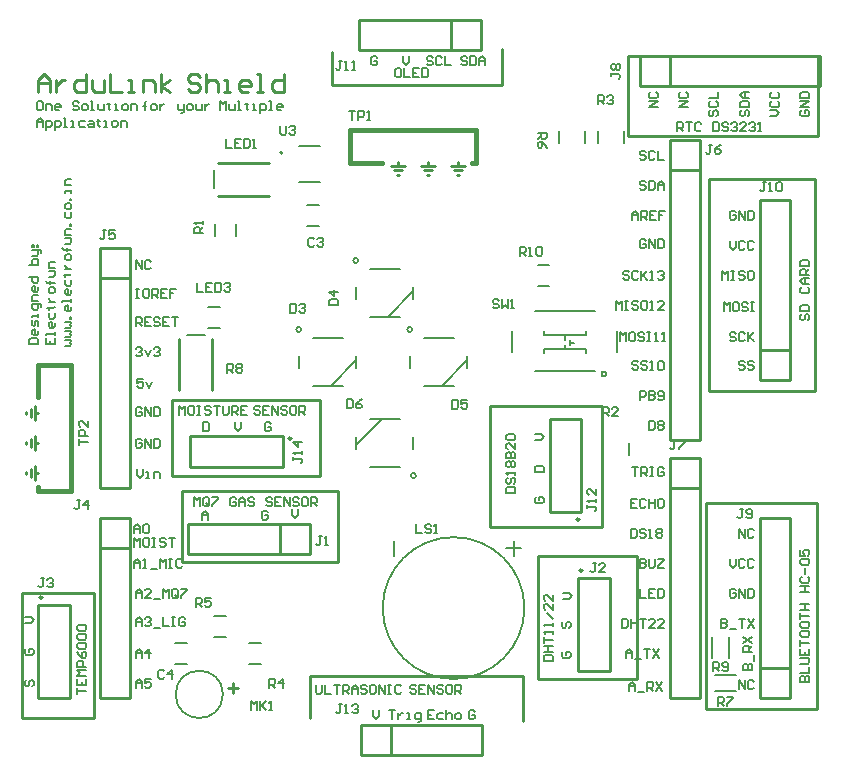
<source format=gto>
G04*
G04 #@! TF.GenerationSoftware,Altium Limited,Altium Designer,24.3.1 (35)*
G04*
G04 Layer_Color=65535*
%FSLAX44Y44*%
%MOMM*%
G71*
G04*
G04 #@! TF.SameCoordinates,5EED45F6-1682-4EC0-A4BB-04ECB5DEF22F*
G04*
G04*
G04 #@! TF.FilePolarity,Positive*
G04*
G01*
G75*
%ADD10C,0.2540*%
%ADD11C,0.2000*%
%ADD12C,0.1524*%
%ADD13C,0.1270*%
%ADD14C,0.3810*%
D10*
X477239Y173990D02*
G03*
X477239Y173990I-1000J0D01*
G01*
X479801Y130810D02*
G03*
X479801Y130810I-1000J0D01*
G01*
X233410Y242558D02*
G03*
X233410Y242558I-1000J0D01*
G01*
X22601Y107950D02*
G03*
X22601Y107950I-1000J0D01*
G01*
X441960Y39370D02*
X525780D01*
X441960Y143510D02*
X525780D01*
Y39370D02*
Y143510D01*
X441960Y39370D02*
Y143510D01*
X518160Y499110D02*
X679450D01*
X518160Y566420D02*
X679450D01*
Y499110D02*
Y566420D01*
X518160Y499110D02*
Y566420D01*
X584200Y13970D02*
X678180D01*
X584200Y187960D02*
X678180D01*
Y13970D02*
Y187960D01*
X584200Y13970D02*
Y187960D01*
X401320Y167640D02*
X496570D01*
X401320Y270510D02*
X496570D01*
Y167640D02*
Y270510D01*
X401320Y167640D02*
Y270510D01*
X586740Y283210D02*
X676910D01*
X586740Y462280D02*
X676910D01*
Y283210D02*
Y462280D01*
X586740Y283210D02*
Y462280D01*
X5080Y6350D02*
X66040D01*
X5080Y111760D02*
X66040D01*
Y6350D02*
Y111760D01*
X5080Y6350D02*
Y111760D01*
X132080Y210820D02*
X257810D01*
X132080Y275590D02*
X257810D01*
Y210820D02*
Y275590D01*
X132080Y210820D02*
Y275590D01*
X140970Y138430D02*
X273050D01*
X140970Y198120D02*
X273050D01*
Y138430D02*
Y198120D01*
X140970Y138430D02*
Y198120D01*
X478790Y180340D02*
Y259080D01*
X452120Y180340D02*
X478790D01*
X452120Y259080D02*
X478790D01*
X452120Y180340D02*
Y259080D01*
X429260Y3810D02*
Y41910D01*
X248920D02*
X429260D01*
X248920Y6350D02*
Y41910D01*
X553720Y241300D02*
X579120D01*
X553720D02*
Y469900D01*
X579120D01*
Y266700D02*
Y495300D01*
X553720D02*
X579120D01*
X553720Y266700D02*
Y495300D01*
X579120Y241300D02*
Y469900D01*
X16510Y258445D02*
Y269875D01*
Y264160D02*
X19118D01*
X12700Y260985D02*
Y267335D01*
X8890Y263525D02*
Y265372D01*
X16510Y233045D02*
Y244475D01*
Y238760D02*
X19118D01*
X12700Y235585D02*
Y241935D01*
X8890Y238125D02*
Y239972D01*
X16510Y207645D02*
Y219075D01*
Y213360D02*
X19118D01*
X12700Y210185D02*
Y216535D01*
X8890Y212725D02*
Y214572D01*
X411480Y542290D02*
Y572770D01*
X267970Y542290D02*
X411480D01*
X267970D02*
Y570230D01*
X629920Y22860D02*
X642620D01*
X629920D02*
Y48260D01*
X655320D02*
Y175260D01*
X629920D02*
X655320D01*
X629920Y48260D02*
Y175260D01*
Y48260D02*
X655320D01*
Y22860D02*
Y48260D01*
X642620Y22860D02*
X655320D01*
X502920Y45720D02*
Y124460D01*
X476250Y45720D02*
X502920D01*
X476250Y124460D02*
X502920D01*
X476250Y45720D02*
Y124460D01*
X147320Y218440D02*
X226060D01*
X147320D02*
Y245110D01*
X226060Y218440D02*
Y245110D01*
X147320D02*
X226060D01*
X248920Y157480D02*
Y170180D01*
X223520D02*
X248920D01*
X223520Y144780D02*
Y170180D01*
X146050Y144780D02*
X223520D01*
X146050D02*
Y170180D01*
X223520D01*
Y144780D02*
X248920D01*
Y157480D01*
X292100Y-25400D02*
Y-12700D01*
Y-25400D02*
X317500D01*
Y0D01*
X394970D01*
Y-25400D02*
Y0D01*
X317500Y-25400D02*
X394970D01*
X292100Y0D02*
X317500D01*
X292100Y-12700D02*
Y0D01*
X393700Y584200D02*
Y596900D01*
X368300D02*
X393700D01*
X368300Y571500D02*
Y596900D01*
X290830Y571500D02*
X368300D01*
X290830D02*
Y596900D01*
X368300D01*
Y571500D02*
X393700D01*
Y584200D01*
X528320Y553720D02*
Y566420D01*
X553720D01*
Y541020D02*
X680720D01*
Y566420D01*
X553720D02*
X680720D01*
X553720Y541020D02*
Y566420D01*
X528320Y541020D02*
X553720D01*
X528320D02*
Y553720D01*
X171450Y448310D02*
X214630D01*
X171450Y476250D02*
X214630D01*
X138430Y283464D02*
Y326644D01*
X166370Y283464D02*
Y326644D01*
X373438Y466090D02*
X375285D01*
X371475Y469900D02*
X377825D01*
X374650Y473710D02*
Y476318D01*
X368935Y473710D02*
X380365D01*
X348038Y466090D02*
X349885D01*
X346075Y469900D02*
X352425D01*
X349250Y473710D02*
Y476318D01*
X343535Y473710D02*
X354965D01*
X322638Y466090D02*
X324485D01*
X320675Y469900D02*
X327025D01*
X323850Y473710D02*
Y476318D01*
X318135Y473710D02*
X329565D01*
X19050Y22860D02*
Y101600D01*
X45720D01*
X19050Y22860D02*
X45720D01*
Y101600D01*
X71120Y175260D02*
X83820D01*
X71120Y149860D02*
Y175260D01*
Y149860D02*
X96520D01*
Y22860D02*
Y149860D01*
X71120Y22860D02*
X96520D01*
X71120D02*
Y149860D01*
X96520D02*
Y175260D01*
X83820D02*
X96520D01*
X71120Y200660D02*
X96520D01*
X71120D02*
Y403860D01*
X96520D01*
Y200660D02*
Y403860D01*
X71120Y378460D02*
X96520D01*
X553720Y22860D02*
X579120D01*
X553720D02*
Y226060D01*
X579120D01*
Y22860D02*
Y226060D01*
X553720Y200660D02*
X579120D01*
X642620Y292100D02*
X655320D01*
Y317500D01*
X629920D02*
X655320D01*
X629920D02*
Y444500D01*
X655320D01*
Y317500D02*
Y444500D01*
X629920Y292100D02*
Y317500D01*
Y292100D02*
X642620D01*
X156207Y548636D02*
X153667Y551175D01*
X148589D01*
X146050Y548636D01*
Y546097D01*
X148589Y543558D01*
X153667D01*
X156207Y541018D01*
Y538479D01*
X153667Y535940D01*
X148589D01*
X146050Y538479D01*
X161285Y551175D02*
Y535940D01*
Y543558D01*
X163824Y546097D01*
X168903D01*
X171442Y543558D01*
Y535940D01*
X176520D02*
X181598D01*
X179059D01*
Y546097D01*
X176520D01*
X196834Y535940D02*
X191755D01*
X189216Y538479D01*
Y543558D01*
X191755Y546097D01*
X196834D01*
X199373Y543558D01*
Y541018D01*
X189216D01*
X204451Y535940D02*
X209529D01*
X206990D01*
Y551175D01*
X204451D01*
X227304D02*
Y535940D01*
X219686D01*
X217147Y538479D01*
Y543558D01*
X219686Y546097D01*
X227304D01*
X19050Y535940D02*
Y546097D01*
X24128Y551175D01*
X29207Y546097D01*
Y535940D01*
Y543558D01*
X19050D01*
X34285Y546097D02*
Y535940D01*
Y541018D01*
X36824Y543558D01*
X39363Y546097D01*
X41903D01*
X59677Y551175D02*
Y535940D01*
X52059D01*
X49520Y538479D01*
Y543558D01*
X52059Y546097D01*
X59677D01*
X64755D02*
Y538479D01*
X67294Y535940D01*
X74912D01*
Y546097D01*
X79990Y551175D02*
Y535940D01*
X90147D01*
X95225D02*
X100304D01*
X97765D01*
Y546097D01*
X95225D01*
X107921Y535940D02*
Y546097D01*
X115539D01*
X118078Y543558D01*
Y535940D01*
X123156D02*
Y551175D01*
Y541018D02*
X130774Y546097D01*
X123156Y541018D02*
X130774Y535940D01*
X188560Y31632D02*
X180096D01*
X184328Y27400D02*
Y35864D01*
D11*
X225920Y484480D02*
G03*
X225920Y484480I-1000J0D01*
G01*
D12*
X500142Y297180D02*
G03*
X500142Y297180I-2048J0D01*
G01*
X335926Y334899D02*
G03*
X335926Y334899I-2170J0D01*
G01*
X241946D02*
G03*
X241946Y334899I-2170J0D01*
G01*
X290206Y393319D02*
G03*
X290206Y393319I-2170J0D01*
G01*
X338974Y211201D02*
G03*
X338974Y211201I-2170J0D01*
G01*
X592248Y42418D02*
X610028D01*
X592248Y28702D02*
X610028D01*
X590042Y56468D02*
Y74248D01*
X603758Y56468D02*
Y74248D01*
X134620Y52070D02*
X144780D01*
X134620Y69850D02*
X144780D01*
X420370Y316230D02*
Y334010D01*
X509270Y316230D02*
Y334010D01*
X482600Y330200D02*
Y333502D01*
X447040Y330200D02*
Y333502D01*
Y314706D02*
Y318262D01*
X482600Y314706D02*
Y318262D01*
X469138Y321818D02*
Y325882D01*
Y323850D02*
X473202D01*
X439420Y350520D02*
X490220D01*
X439420Y299720D02*
X490220D01*
X447040Y330200D02*
X482600D01*
X447040Y318262D02*
X482600D01*
X464815Y318368D02*
Y321924D01*
X464942Y325988D02*
Y330052D01*
X459770Y493014D02*
Y502666D01*
X482570Y493014D02*
Y502666D01*
X345440Y327660D02*
X370840D01*
X382270Y302260D02*
Y312420D01*
X345440Y287020D02*
X370840D01*
X334010Y302260D02*
Y312420D01*
X360680Y287020D02*
X382016Y309245D01*
X167894Y454660D02*
Y469900D01*
X168910Y414020D02*
Y424180D01*
X186690Y414020D02*
Y424180D01*
X251460Y327660D02*
X276860D01*
X288290Y302260D02*
Y312420D01*
X251460Y287020D02*
X276860D01*
X240030Y302260D02*
Y312420D01*
X266700Y287020D02*
X288036Y309245D01*
X299720Y386080D02*
X325120D01*
X336550Y360680D02*
Y370840D01*
X299720Y345440D02*
X325120D01*
X288290Y360680D02*
Y370840D01*
X314960Y345440D02*
X336296Y367665D01*
X246380Y422910D02*
X256540D01*
X246380Y440690D02*
X256540D01*
X144780Y330200D02*
X160020D01*
X299720Y218440D02*
X325120D01*
X288290Y233680D02*
Y243840D01*
X299720Y259080D02*
X325120D01*
X336550Y233680D02*
Y243840D01*
X288544Y236855D02*
X309880Y259080D01*
X162560Y336550D02*
X172720D01*
X162560Y354330D02*
X172720D01*
X197866Y52070D02*
X208026D01*
X197866Y69850D02*
X208026D01*
X496600Y228854D02*
Y238506D01*
X519400Y228854D02*
Y238506D01*
X167640Y92710D02*
X177800D01*
X167640Y74930D02*
X177800D01*
X515590Y493014D02*
Y502666D01*
X492790Y493014D02*
Y502666D01*
X442214Y372110D02*
X451866D01*
X442214Y389890D02*
X451866D01*
D13*
X430840Y99060D02*
G03*
X430840Y99060I-60000J0D01*
G01*
X175560Y25980D02*
G03*
X175560Y25980I-20000J0D01*
G01*
X239920Y459390D02*
X257920D01*
X239920Y490570D02*
X257920D01*
X320040Y143510D02*
Y156210D01*
X415290Y149860D02*
X427990D01*
X421640Y143510D02*
Y156210D01*
X157480Y173990D02*
Y179068D01*
X160019Y181607D01*
X162558Y179068D01*
Y173990D01*
Y177799D01*
X157480D01*
X185420Y256537D02*
Y251459D01*
X187959Y248920D01*
X190498Y251459D01*
Y256537D01*
X215898Y255268D02*
X214629Y256537D01*
X212090D01*
X210820Y255268D01*
Y250190D01*
X212090Y248920D01*
X214629D01*
X215898Y250190D01*
Y252729D01*
X213359D01*
X158750Y256537D02*
Y248920D01*
X162559D01*
X163828Y250190D01*
Y255268D01*
X162559Y256537D01*
X158750D01*
X233680Y182878D02*
Y177799D01*
X236219Y175260D01*
X238758Y177799D01*
Y182878D01*
X213358Y180338D02*
X212089Y181607D01*
X209550D01*
X208280Y180338D01*
Y175260D01*
X209550Y173990D01*
X212089D01*
X213358Y175260D01*
Y177799D01*
X210819D01*
X41912Y321310D02*
X45720D01*
X46990Y322580D01*
X45720Y323849D01*
X46990Y325119D01*
X45720Y326388D01*
X41912D01*
Y328927D02*
X45720D01*
X46990Y330197D01*
X45720Y331467D01*
X46990Y332736D01*
X45720Y334006D01*
X41912D01*
Y336545D02*
X45720D01*
X46990Y337815D01*
X45720Y339084D01*
X46990Y340354D01*
X45720Y341623D01*
X41912D01*
X46990Y344163D02*
X45720D01*
Y345432D01*
X46990D01*
Y344163D01*
Y354319D02*
Y351780D01*
X45720Y350511D01*
X43181D01*
X41912Y351780D01*
Y354319D01*
X43181Y355589D01*
X44451D01*
Y350511D01*
X46990Y358128D02*
Y360667D01*
Y359398D01*
X39372D01*
Y358128D01*
X46990Y368285D02*
Y365746D01*
X45720Y364476D01*
X43181D01*
X41912Y365746D01*
Y368285D01*
X43181Y369554D01*
X44451D01*
Y364476D01*
X41912Y377172D02*
Y373363D01*
X43181Y372094D01*
X45720D01*
X46990Y373363D01*
Y377172D01*
X40642Y380981D02*
X41912D01*
Y379711D01*
Y382250D01*
Y380981D01*
X45720D01*
X46990Y382250D01*
X41912Y386059D02*
X46990D01*
X44451D01*
X43181Y387329D01*
X41912Y388598D01*
Y389868D01*
X46990Y394946D02*
Y397485D01*
X45720Y398755D01*
X43181D01*
X41912Y397485D01*
Y394946D01*
X43181Y393677D01*
X45720D01*
X46990Y394946D01*
Y402564D02*
X40642D01*
X43181D01*
Y401294D01*
Y403833D01*
Y402564D01*
X40642D01*
X39372Y403833D01*
X41912Y407642D02*
X45720D01*
X46990Y408912D01*
Y412720D01*
X41912D01*
X46990Y415260D02*
X41912D01*
Y419068D01*
X43181Y420338D01*
X46990D01*
Y422877D02*
X45720D01*
Y424147D01*
X46990D01*
Y422877D01*
X41912Y434303D02*
Y430495D01*
X43181Y429225D01*
X45720D01*
X46990Y430495D01*
Y434303D01*
Y438112D02*
Y440651D01*
X45720Y441921D01*
X43181D01*
X41912Y440651D01*
Y438112D01*
X43181Y436843D01*
X45720D01*
X46990Y438112D01*
Y444460D02*
X45720D01*
Y445730D01*
X46990D01*
Y444460D01*
Y450808D02*
Y453347D01*
Y452078D01*
X41912D01*
Y450808D01*
X46990Y457156D02*
X41912D01*
Y460965D01*
X43181Y462234D01*
X46990D01*
X25403Y327658D02*
Y322580D01*
X33020D01*
Y327658D01*
X29211Y322580D02*
Y325119D01*
X33020Y330197D02*
Y332737D01*
Y331467D01*
X25403D01*
Y330197D01*
X33020Y340354D02*
Y337815D01*
X31750Y336545D01*
X29211D01*
X27942Y337815D01*
Y340354D01*
X29211Y341624D01*
X30481D01*
Y336545D01*
X27942Y349241D02*
Y345433D01*
X29211Y344163D01*
X31750D01*
X33020Y345433D01*
Y349241D01*
X26672Y353050D02*
X27942D01*
Y351781D01*
Y354320D01*
Y353050D01*
X31750D01*
X33020Y354320D01*
X27942Y358129D02*
X33020D01*
X30481D01*
X29211Y359398D01*
X27942Y360668D01*
Y361937D01*
X33020Y367016D02*
Y369555D01*
X31750Y370824D01*
X29211D01*
X27942Y369555D01*
Y367016D01*
X29211Y365746D01*
X31750D01*
X33020Y367016D01*
Y374633D02*
X26672D01*
X29211D01*
Y373364D01*
Y375903D01*
Y374633D01*
X26672D01*
X25403Y375903D01*
X27942Y379711D02*
X31750D01*
X33020Y380981D01*
Y384790D01*
X27942D01*
X33020Y387329D02*
X27942D01*
Y391138D01*
X29211Y392407D01*
X33020D01*
X11433Y322580D02*
X19051D01*
Y326389D01*
X17781Y327658D01*
X12703D01*
X11433Y326389D01*
Y322580D01*
X19051Y334006D02*
Y331467D01*
X17781Y330197D01*
X15242D01*
X13973Y331467D01*
Y334006D01*
X15242Y335276D01*
X16512D01*
Y330197D01*
X19051Y337815D02*
Y341624D01*
X17781Y342893D01*
X16512Y341624D01*
Y339085D01*
X15242Y337815D01*
X13973Y339085D01*
Y342893D01*
X19051Y345433D02*
Y347972D01*
Y346702D01*
X13973D01*
Y345433D01*
X21590Y354320D02*
Y355589D01*
X20320Y356859D01*
X13973D01*
Y353050D01*
X15242Y351781D01*
X17781D01*
X19051Y353050D01*
Y356859D01*
Y359398D02*
X13973D01*
Y363207D01*
X15242Y364476D01*
X19051D01*
Y370824D02*
Y368285D01*
X17781Y367016D01*
X15242D01*
X13973Y368285D01*
Y370824D01*
X15242Y372094D01*
X16512D01*
Y367016D01*
X11433Y379711D02*
X19051D01*
Y375903D01*
X17781Y374633D01*
X15242D01*
X13973Y375903D01*
Y379711D01*
X11433Y389868D02*
X19051D01*
Y393677D01*
X17781Y394947D01*
X16512D01*
X15242D01*
X13973Y393677D01*
Y389868D01*
Y397486D02*
X17781D01*
X19051Y398755D01*
Y402564D01*
X20320D01*
X21590Y401295D01*
Y400025D01*
X19051Y402564D02*
X13973D01*
Y405103D02*
Y406373D01*
X15242D01*
Y405103D01*
X13973D01*
X17781D02*
Y406373D01*
X19051D01*
Y405103D01*
X17781D01*
X17780Y506729D02*
Y511808D01*
X20319Y514347D01*
X22858Y511808D01*
Y506729D01*
Y510538D01*
X17780D01*
X25398Y504190D02*
Y511808D01*
X29206D01*
X30476Y510538D01*
Y507999D01*
X29206Y506729D01*
X25398D01*
X33015Y504190D02*
Y511808D01*
X36824D01*
X38093Y510538D01*
Y507999D01*
X36824Y506729D01*
X33015D01*
X40633D02*
X43172D01*
X41902D01*
Y514347D01*
X40633D01*
X46981Y506729D02*
X49520D01*
X48250D01*
Y511808D01*
X46981D01*
X58407D02*
X54598D01*
X53328Y510538D01*
Y507999D01*
X54598Y506729D01*
X58407D01*
X62216Y511808D02*
X64755D01*
X66024Y510538D01*
Y506729D01*
X62216D01*
X60946Y507999D01*
X62216Y509268D01*
X66024D01*
X69833Y513077D02*
Y511808D01*
X68564D01*
X71103D01*
X69833D01*
Y507999D01*
X71103Y506729D01*
X74911D02*
X77451D01*
X76181D01*
Y511808D01*
X74911D01*
X82529Y506729D02*
X85068D01*
X86338Y507999D01*
Y510538D01*
X85068Y511808D01*
X82529D01*
X81259Y510538D01*
Y507999D01*
X82529Y506729D01*
X88877D02*
Y511808D01*
X92686D01*
X93955Y510538D01*
Y506729D01*
X172720Y520699D02*
Y528317D01*
X175259Y525778D01*
X177798Y528317D01*
Y520699D01*
X180338Y525778D02*
Y521969D01*
X181607Y520699D01*
X185416D01*
Y525778D01*
X187955Y520699D02*
X190494D01*
X189225D01*
Y528317D01*
X187955D01*
X195573Y527047D02*
Y525778D01*
X194303D01*
X196842D01*
X195573D01*
Y521969D01*
X196842Y520699D01*
X200651D02*
X203190D01*
X201921D01*
Y525778D01*
X200651D01*
X206999Y518160D02*
Y525778D01*
X210808D01*
X212077Y524508D01*
Y521969D01*
X210808Y520699D01*
X206999D01*
X214616D02*
X217156D01*
X215886D01*
Y528317D01*
X214616D01*
X224773Y520699D02*
X222234D01*
X220964Y521969D01*
Y524508D01*
X222234Y525778D01*
X224773D01*
X226043Y524508D01*
Y523238D01*
X220964D01*
X109220Y520699D02*
Y527047D01*
Y524508D01*
X107950D01*
X110489D01*
X109220D01*
Y527047D01*
X110489Y528317D01*
X115568Y520699D02*
X118107D01*
X119376Y521969D01*
Y524508D01*
X118107Y525778D01*
X115568D01*
X114298Y524508D01*
Y521969D01*
X115568Y520699D01*
X121916Y525778D02*
Y520699D01*
Y523238D01*
X123185Y524508D01*
X124455Y525778D01*
X125724D01*
X137151D02*
Y521969D01*
X138420Y520699D01*
X142229D01*
Y519430D01*
X140959Y518160D01*
X139690D01*
X142229Y520699D02*
Y525778D01*
X146038Y520699D02*
X148577D01*
X149846Y521969D01*
Y524508D01*
X148577Y525778D01*
X146038D01*
X144768Y524508D01*
Y521969D01*
X146038Y520699D01*
X152386Y525778D02*
Y521969D01*
X153655Y520699D01*
X157464D01*
Y525778D01*
X160003D02*
Y520699D01*
Y523238D01*
X161273Y524508D01*
X162542Y525778D01*
X163812D01*
X21589Y528317D02*
X19050D01*
X17780Y527048D01*
Y521970D01*
X19050Y520700D01*
X21589D01*
X22858Y521970D01*
Y527048D01*
X21589Y528317D01*
X25398Y520700D02*
Y525778D01*
X29206D01*
X30476Y524509D01*
Y520700D01*
X36824D02*
X34285D01*
X33015Y521970D01*
Y524509D01*
X34285Y525778D01*
X36824D01*
X38093Y524509D01*
Y523239D01*
X33015D01*
X53328Y527048D02*
X52059Y528317D01*
X49520D01*
X48250Y527048D01*
Y525778D01*
X49520Y524509D01*
X52059D01*
X53328Y523239D01*
Y521970D01*
X52059Y520700D01*
X49520D01*
X48250Y521970D01*
X57137Y520700D02*
X59676D01*
X60946Y521970D01*
Y524509D01*
X59676Y525778D01*
X57137D01*
X55868Y524509D01*
Y521970D01*
X57137Y520700D01*
X63485D02*
X66024D01*
X64755D01*
Y528317D01*
X63485D01*
X69833Y525778D02*
Y521970D01*
X71103Y520700D01*
X74911D01*
Y525778D01*
X78720Y527048D02*
Y525778D01*
X77451D01*
X79990D01*
X78720D01*
Y521970D01*
X79990Y520700D01*
X83799D02*
X86338D01*
X85068D01*
Y525778D01*
X83799D01*
X91416Y520700D02*
X93955D01*
X95225Y521970D01*
Y524509D01*
X93955Y525778D01*
X91416D01*
X90147Y524509D01*
Y521970D01*
X91416Y520700D01*
X97764D02*
Y525778D01*
X101573D01*
X102843Y524509D01*
Y520700D01*
X339088Y33018D02*
X337819Y34288D01*
X335280D01*
X334010Y33018D01*
Y31748D01*
X335280Y30479D01*
X337819D01*
X339088Y29209D01*
Y27940D01*
X337819Y26670D01*
X335280D01*
X334010Y27940D01*
X346706Y34288D02*
X341628D01*
Y26670D01*
X346706D01*
X341628Y30479D02*
X344167D01*
X349245Y26670D02*
Y34288D01*
X354323Y26670D01*
Y34288D01*
X361941Y33018D02*
X360671Y34288D01*
X358132D01*
X356863Y33018D01*
Y31748D01*
X358132Y30479D01*
X360671D01*
X361941Y29209D01*
Y27940D01*
X360671Y26670D01*
X358132D01*
X356863Y27940D01*
X368289Y34288D02*
X365750D01*
X364480Y33018D01*
Y27940D01*
X365750Y26670D01*
X368289D01*
X369558Y27940D01*
Y33018D01*
X368289Y34288D01*
X372098Y26670D02*
Y34288D01*
X375906D01*
X377176Y33018D01*
Y30479D01*
X375906Y29209D01*
X372098D01*
X374637D02*
X377176Y26670D01*
X254000Y34288D02*
Y27940D01*
X255270Y26670D01*
X257809D01*
X259078Y27940D01*
Y34288D01*
X261618D02*
Y26670D01*
X266696D01*
X269235Y34288D02*
X274313D01*
X271774D01*
Y26670D01*
X276853D02*
Y34288D01*
X280661D01*
X281931Y33018D01*
Y30479D01*
X280661Y29209D01*
X276853D01*
X279392D02*
X281931Y26670D01*
X284470D02*
Y31748D01*
X287009Y34288D01*
X289548Y31748D01*
Y26670D01*
Y30479D01*
X284470D01*
X297166Y33018D02*
X295896Y34288D01*
X293357D01*
X292088Y33018D01*
Y31748D01*
X293357Y30479D01*
X295896D01*
X297166Y29209D01*
Y27940D01*
X295896Y26670D01*
X293357D01*
X292088Y27940D01*
X303514Y34288D02*
X300975D01*
X299705Y33018D01*
Y27940D01*
X300975Y26670D01*
X303514D01*
X304784Y27940D01*
Y33018D01*
X303514Y34288D01*
X307323Y26670D02*
Y34288D01*
X312401Y26670D01*
Y34288D01*
X314940D02*
X317479D01*
X316210D01*
Y26670D01*
X314940D01*
X317479D01*
X326367Y33018D02*
X325097Y34288D01*
X322558D01*
X321288Y33018D01*
Y27940D01*
X322558Y26670D01*
X325097D01*
X326367Y27940D01*
X560070Y502920D02*
Y510537D01*
X563879D01*
X565148Y509268D01*
Y506729D01*
X563879Y505459D01*
X560070D01*
X562609D02*
X565148Y502920D01*
X567687Y510537D02*
X572766D01*
X570227D01*
Y502920D01*
X580383Y509268D02*
X579114Y510537D01*
X576575D01*
X575305Y509268D01*
Y504190D01*
X576575Y502920D01*
X579114D01*
X580383Y504190D01*
X590540Y510537D02*
Y502920D01*
X594349D01*
X595619Y504190D01*
Y509268D01*
X594349Y510537D01*
X590540D01*
X603236Y509268D02*
X601967Y510537D01*
X599427D01*
X598158Y509268D01*
Y507998D01*
X599427Y506729D01*
X601967D01*
X603236Y505459D01*
Y504190D01*
X601967Y502920D01*
X599427D01*
X598158Y504190D01*
X605775Y509268D02*
X607045Y510537D01*
X609584D01*
X610854Y509268D01*
Y507998D01*
X609584Y506729D01*
X608314D01*
X609584D01*
X610854Y505459D01*
Y504190D01*
X609584Y502920D01*
X607045D01*
X605775Y504190D01*
X618471Y502920D02*
X613393D01*
X618471Y507998D01*
Y509268D01*
X617201Y510537D01*
X614662D01*
X613393Y509268D01*
X621010D02*
X622280Y510537D01*
X624819D01*
X626089Y509268D01*
Y507998D01*
X624819Y506729D01*
X623549D01*
X624819D01*
X626089Y505459D01*
Y504190D01*
X624819Y502920D01*
X622280D01*
X621010Y504190D01*
X628628Y502920D02*
X631167D01*
X629897D01*
Y510537D01*
X628628Y509268D01*
X533398Y485138D02*
X532129Y486408D01*
X529590D01*
X528320Y485138D01*
Y483868D01*
X529590Y482599D01*
X532129D01*
X533398Y481329D01*
Y480060D01*
X532129Y478790D01*
X529590D01*
X528320Y480060D01*
X541016Y485138D02*
X539746Y486408D01*
X537207D01*
X535938Y485138D01*
Y480060D01*
X537207Y478790D01*
X539746D01*
X541016Y480060D01*
X543555Y486408D02*
Y478790D01*
X548633D01*
X533398Y459738D02*
X532129Y461007D01*
X529590D01*
X528320Y459738D01*
Y458468D01*
X529590Y457199D01*
X532129D01*
X533398Y455929D01*
Y454660D01*
X532129Y453390D01*
X529590D01*
X528320Y454660D01*
X535938Y461007D02*
Y453390D01*
X539746D01*
X541016Y454660D01*
Y459738D01*
X539746Y461007D01*
X535938D01*
X543555Y453390D02*
Y458468D01*
X546094Y461007D01*
X548633Y458468D01*
Y453390D01*
Y457199D01*
X543555D01*
X521970Y427990D02*
Y433068D01*
X524509Y435607D01*
X527048Y433068D01*
Y427990D01*
Y431799D01*
X521970D01*
X529588Y427990D02*
Y435607D01*
X533396D01*
X534666Y434338D01*
Y431799D01*
X533396Y430529D01*
X529588D01*
X532127D02*
X534666Y427990D01*
X542283Y435607D02*
X537205D01*
Y427990D01*
X542283D01*
X537205Y431799D02*
X539744D01*
X549901Y435607D02*
X544823D01*
Y431799D01*
X547362D01*
X544823D01*
Y427990D01*
X533398Y410208D02*
X532129Y411478D01*
X529590D01*
X528320Y410208D01*
Y405130D01*
X529590Y403860D01*
X532129D01*
X533398Y405130D01*
Y407669D01*
X530859D01*
X535938Y403860D02*
Y411478D01*
X541016Y403860D01*
Y411478D01*
X543555D02*
Y403860D01*
X547364D01*
X548633Y405130D01*
Y410208D01*
X547364Y411478D01*
X543555D01*
X519428Y383538D02*
X518159Y384808D01*
X515620D01*
X514350Y383538D01*
Y382268D01*
X515620Y380999D01*
X518159D01*
X519428Y379729D01*
Y378460D01*
X518159Y377190D01*
X515620D01*
X514350Y378460D01*
X527046Y383538D02*
X525776Y384808D01*
X523237D01*
X521968Y383538D01*
Y378460D01*
X523237Y377190D01*
X525776D01*
X527046Y378460D01*
X529585Y384808D02*
Y377190D01*
Y379729D01*
X534663Y384808D01*
X530855Y380999D01*
X534663Y377190D01*
X537203D02*
X539742D01*
X538472D01*
Y384808D01*
X537203Y383538D01*
X543551D02*
X544820Y384808D01*
X547359D01*
X548629Y383538D01*
Y382268D01*
X547359Y380999D01*
X546090D01*
X547359D01*
X548629Y379729D01*
Y378460D01*
X547359Y377190D01*
X544820D01*
X543551Y378460D01*
X508000Y351790D02*
Y359408D01*
X510539Y356868D01*
X513078Y359408D01*
Y351790D01*
X515617Y359408D02*
X518157D01*
X516887D01*
Y351790D01*
X515617D01*
X518157D01*
X527044Y358138D02*
X525774Y359408D01*
X523235D01*
X521965Y358138D01*
Y356868D01*
X523235Y355599D01*
X525774D01*
X527044Y354329D01*
Y353060D01*
X525774Y351790D01*
X523235D01*
X521965Y353060D01*
X533392Y359408D02*
X530853D01*
X529583Y358138D01*
Y353060D01*
X530853Y351790D01*
X533392D01*
X534661Y353060D01*
Y358138D01*
X533392Y359408D01*
X537201Y351790D02*
X539740D01*
X538470D01*
Y359408D01*
X537201Y358138D01*
X548627Y351790D02*
X543549D01*
X548627Y356868D01*
Y358138D01*
X547357Y359408D01*
X544818D01*
X543549Y358138D01*
X511810Y325120D02*
Y332738D01*
X514349Y330198D01*
X516888Y332738D01*
Y325120D01*
X523236Y332738D02*
X520697D01*
X519427Y331468D01*
Y326390D01*
X520697Y325120D01*
X523236D01*
X524506Y326390D01*
Y331468D01*
X523236Y332738D01*
X532123Y331468D02*
X530854Y332738D01*
X528315D01*
X527045Y331468D01*
Y330198D01*
X528315Y328929D01*
X530854D01*
X532123Y327659D01*
Y326390D01*
X530854Y325120D01*
X528315D01*
X527045Y326390D01*
X534663Y332738D02*
X537202D01*
X535932D01*
Y325120D01*
X534663D01*
X537202D01*
X541011D02*
X543550D01*
X542280D01*
Y332738D01*
X541011Y331468D01*
X547359Y325120D02*
X549898D01*
X548628D01*
Y332738D01*
X547359Y331468D01*
X527193Y307220D02*
X525953Y308518D01*
X523414Y308576D01*
X522116Y307336D01*
X522087Y306067D01*
X523327Y304769D01*
X525865Y304710D01*
X527105Y303412D01*
X527076Y302143D01*
X525778Y300903D01*
X523239Y300961D01*
X521999Y302259D01*
X534808Y307045D02*
X533568Y308343D01*
X531030Y308402D01*
X529731Y307161D01*
X529702Y305892D01*
X530942Y304594D01*
X533481Y304535D01*
X534721Y303237D01*
X534692Y301968D01*
X533393Y300728D01*
X530855Y300786D01*
X529615Y302084D01*
X537201Y300640D02*
X539740Y300582D01*
X538470Y300611D01*
X538645Y308227D01*
X537347Y306987D01*
X543693Y306841D02*
X544991Y308081D01*
X547530Y308022D01*
X548770Y306724D01*
X548653Y301647D01*
X547355Y300407D01*
X544817Y300465D01*
X543577Y301764D01*
X543693Y306841D01*
X528320Y275590D02*
X528520Y283205D01*
X532327Y283105D01*
X533563Y281803D01*
X533497Y279264D01*
X532194Y278028D01*
X528387Y278128D01*
X536135Y283005D02*
X535935Y275390D01*
X539742Y275290D01*
X541045Y276526D01*
X541078Y277795D01*
X539842Y279098D01*
X536035Y279198D01*
X539842Y279098D01*
X541145Y280333D01*
X541178Y281603D01*
X539942Y282905D01*
X536135Y283005D01*
X543583Y276459D02*
X544819Y275157D01*
X547357Y275090D01*
X548660Y276326D01*
X548793Y281403D01*
X547557Y282705D01*
X545019Y282772D01*
X543716Y281536D01*
X543683Y280267D01*
X544919Y278964D01*
X548726Y278864D01*
X535940Y257808D02*
Y250190D01*
X539749D01*
X541018Y251460D01*
Y256538D01*
X539749Y257808D01*
X535940D01*
X543558Y256538D02*
X544827Y257808D01*
X547366D01*
X548636Y256538D01*
Y255268D01*
X547366Y253999D01*
X548636Y252729D01*
Y251460D01*
X547366Y250190D01*
X544827D01*
X543558Y251460D01*
Y252729D01*
X544827Y253999D01*
X543558Y255268D01*
Y256538D01*
X544827Y253999D02*
X547366D01*
X325119Y556258D02*
X322580D01*
X321310Y554988D01*
Y549910D01*
X322580Y548640D01*
X325119D01*
X326388Y549910D01*
Y554988D01*
X325119Y556258D01*
X328927D02*
Y548640D01*
X334006D01*
X341623Y556258D02*
X336545D01*
Y548640D01*
X341623D01*
X336545Y552449D02*
X339084D01*
X344163Y556258D02*
Y548640D01*
X347971D01*
X349241Y549910D01*
Y554988D01*
X347971Y556258D01*
X344163D01*
X665482Y347978D02*
X664212Y346709D01*
Y344170D01*
X665482Y342900D01*
X666752D01*
X668021Y344170D01*
Y346709D01*
X669291Y347978D01*
X670560D01*
X671830Y346709D01*
Y344170D01*
X670560Y342900D01*
X664212Y350518D02*
X671830D01*
Y354326D01*
X670560Y355596D01*
X665482D01*
X664212Y354326D01*
Y350518D01*
X665482Y370831D02*
X664212Y369561D01*
Y367022D01*
X665482Y365753D01*
X670560D01*
X671830Y367022D01*
Y369561D01*
X670560Y370831D01*
X671830Y373370D02*
X666752D01*
X664212Y375909D01*
X666752Y378448D01*
X671830D01*
X668021D01*
Y373370D01*
X671830Y380988D02*
X664212D01*
Y384796D01*
X665482Y386066D01*
X668021D01*
X669291Y384796D01*
Y380988D01*
Y383527D02*
X671830Y386066D01*
X664212Y388605D02*
X671830D01*
Y392414D01*
X670560Y393684D01*
X665482D01*
X664212Y392414D01*
Y388605D01*
Y36830D02*
X671830D01*
Y40639D01*
X670560Y41908D01*
X669291D01*
X668021Y40639D01*
Y36830D01*
Y40639D01*
X666752Y41908D01*
X665482D01*
X664212Y40639D01*
Y36830D01*
Y44447D02*
X671830D01*
Y49526D01*
X664212Y52065D02*
X670560D01*
X671830Y53335D01*
Y55874D01*
X670560Y57143D01*
X664212D01*
Y64761D02*
Y59683D01*
X671830D01*
Y64761D01*
X668021Y59683D02*
Y62222D01*
X664212Y67300D02*
Y72379D01*
Y69839D01*
X671830D01*
X664212Y78727D02*
Y76187D01*
X665482Y74918D01*
X670560D01*
X671830Y76187D01*
Y78727D01*
X670560Y79996D01*
X665482D01*
X664212Y78727D01*
Y86344D02*
Y83805D01*
X665482Y82535D01*
X670560D01*
X671830Y83805D01*
Y86344D01*
X670560Y87614D01*
X665482D01*
X664212Y86344D01*
Y90153D02*
Y95231D01*
Y92692D01*
X671830D01*
X664212Y97770D02*
X671830D01*
X668021D01*
Y102849D01*
X664212D01*
X671830D01*
X664212Y113005D02*
X671830D01*
X668021D01*
Y118084D01*
X664212D01*
X671830D01*
X665482Y125701D02*
X664212Y124432D01*
Y121892D01*
X665482Y120623D01*
X670560D01*
X671830Y121892D01*
Y124432D01*
X670560Y125701D01*
X668021Y128240D02*
Y133319D01*
X665482Y135858D02*
X664212Y137128D01*
Y139667D01*
X665482Y140936D01*
X670560D01*
X671830Y139667D01*
Y137128D01*
X670560Y135858D01*
X665482D01*
X664212Y148554D02*
Y143476D01*
X668021D01*
X666752Y146015D01*
Y147284D01*
X668021Y148554D01*
X670560D01*
X671830Y147284D01*
Y144745D01*
X670560Y143476D01*
X615952Y46990D02*
X623570D01*
Y50799D01*
X622300Y52068D01*
X621031D01*
X619761Y50799D01*
Y46990D01*
Y50799D01*
X618492Y52068D01*
X617222D01*
X615952Y50799D01*
Y46990D01*
X624840Y54608D02*
Y59686D01*
X623570Y62225D02*
X615952D01*
Y66034D01*
X617222Y67303D01*
X619761D01*
X621031Y66034D01*
Y62225D01*
Y64764D02*
X623570Y67303D01*
X615952Y69843D02*
X623570Y74921D01*
X615952D02*
X623570Y69843D01*
X612140Y30480D02*
Y38098D01*
X617218Y30480D01*
Y38098D01*
X624836Y36828D02*
X623566Y38098D01*
X621027D01*
X619757Y36828D01*
Y31750D01*
X621027Y30480D01*
X623566D01*
X624836Y31750D01*
X596900Y90168D02*
Y82550D01*
X600709D01*
X601978Y83820D01*
Y85089D01*
X600709Y86359D01*
X596900D01*
X600709D01*
X601978Y87628D01*
Y88898D01*
X600709Y90168D01*
X596900D01*
X604518Y81280D02*
X609596D01*
X612135Y90168D02*
X617213D01*
X614674D01*
Y82550D01*
X619753Y90168D02*
X624831Y82550D01*
Y90168D02*
X619753Y82550D01*
X609598Y114298D02*
X608329Y115568D01*
X605790D01*
X604520Y114298D01*
Y109220D01*
X605790Y107950D01*
X608329D01*
X609598Y109220D01*
Y111759D01*
X607059D01*
X612137Y107950D02*
Y115568D01*
X617216Y107950D01*
Y115568D01*
X619755D02*
Y107950D01*
X623564D01*
X624833Y109220D01*
Y114298D01*
X623564Y115568D01*
X619755D01*
X604520Y140968D02*
Y135889D01*
X607059Y133350D01*
X609598Y135889D01*
Y140968D01*
X617216Y139698D02*
X615946Y140968D01*
X613407D01*
X612137Y139698D01*
Y134620D01*
X613407Y133350D01*
X615946D01*
X617216Y134620D01*
X624833Y139698D02*
X623564Y140968D01*
X621025D01*
X619755Y139698D01*
Y134620D01*
X621025Y133350D01*
X623564D01*
X624833Y134620D01*
X612140Y158750D02*
Y166367D01*
X617218Y158750D01*
Y166367D01*
X624836Y165098D02*
X623566Y166367D01*
X621027D01*
X619757Y165098D01*
Y160020D01*
X621027Y158750D01*
X623566D01*
X624836Y160020D01*
X100330Y151130D02*
Y158748D01*
X102869Y156208D01*
X105408Y158748D01*
Y151130D01*
X111756Y158748D02*
X109217D01*
X107948Y157478D01*
Y152400D01*
X109217Y151130D01*
X111756D01*
X113026Y152400D01*
Y157478D01*
X111756Y158748D01*
X115565D02*
X118104D01*
X116835D01*
Y151130D01*
X115565D01*
X118104D01*
X126991Y157478D02*
X125722Y158748D01*
X123183D01*
X121913Y157478D01*
Y156208D01*
X123183Y154939D01*
X125722D01*
X126991Y153669D01*
Y152400D01*
X125722Y151130D01*
X123183D01*
X121913Y152400D01*
X129531Y158748D02*
X134609D01*
X132070D01*
Y151130D01*
X52073Y26670D02*
Y31748D01*
Y29209D01*
X59690D01*
X52073Y39366D02*
Y34288D01*
X59690D01*
Y39366D01*
X55881Y34288D02*
Y36827D01*
X59690Y41905D02*
X52073D01*
X54612Y44444D01*
X52073Y46983D01*
X59690D01*
Y49523D02*
X52073D01*
Y53331D01*
X53342Y54601D01*
X55881D01*
X57151Y53331D01*
Y49523D01*
X52073Y62218D02*
X53342Y59679D01*
X55881Y57140D01*
X58420D01*
X59690Y58410D01*
Y60949D01*
X58420Y62218D01*
X57151D01*
X55881Y60949D01*
Y57140D01*
X53342Y64758D02*
X52073Y66027D01*
Y68566D01*
X53342Y69836D01*
X58420D01*
X59690Y68566D01*
Y66027D01*
X58420Y64758D01*
X53342D01*
Y72375D02*
X52073Y73645D01*
Y76184D01*
X53342Y77454D01*
X58420D01*
X59690Y76184D01*
Y73645D01*
X58420Y72375D01*
X53342D01*
Y79993D02*
X52073Y81262D01*
Y83801D01*
X53342Y85071D01*
X58420D01*
X59690Y83801D01*
Y81262D01*
X58420Y79993D01*
X53342D01*
X151130Y185420D02*
Y193037D01*
X153669Y190498D01*
X156208Y193037D01*
Y185420D01*
X163826Y186690D02*
Y191768D01*
X162556Y193037D01*
X160017D01*
X158748Y191768D01*
Y186690D01*
X160017Y185420D01*
X162556D01*
X161287Y187959D02*
X163826Y185420D01*
X162556D02*
X163826Y186690D01*
X166365Y193037D02*
X171443D01*
Y191768D01*
X166365Y186690D01*
Y185420D01*
X186679Y191768D02*
X185409Y193037D01*
X182870D01*
X181600Y191768D01*
Y186690D01*
X182870Y185420D01*
X185409D01*
X186679Y186690D01*
Y189229D01*
X184139D01*
X189218Y185420D02*
Y190498D01*
X191757Y193037D01*
X194296Y190498D01*
Y185420D01*
Y189229D01*
X189218D01*
X201914Y191768D02*
X200644Y193037D01*
X198105D01*
X196835Y191768D01*
Y190498D01*
X198105Y189229D01*
X200644D01*
X201914Y187959D01*
Y186690D01*
X200644Y185420D01*
X198105D01*
X196835Y186690D01*
X217149Y191768D02*
X215879Y193037D01*
X213340D01*
X212070Y191768D01*
Y190498D01*
X213340Y189229D01*
X215879D01*
X217149Y187959D01*
Y186690D01*
X215879Y185420D01*
X213340D01*
X212070Y186690D01*
X224766Y193037D02*
X219688D01*
Y185420D01*
X224766D01*
X219688Y189229D02*
X222227D01*
X227305Y185420D02*
Y193037D01*
X232384Y185420D01*
Y193037D01*
X240001Y191768D02*
X238732Y193037D01*
X236192D01*
X234923Y191768D01*
Y190498D01*
X236192Y189229D01*
X238732D01*
X240001Y187959D01*
Y186690D01*
X238732Y185420D01*
X236192D01*
X234923Y186690D01*
X246349Y193037D02*
X243810D01*
X242540Y191768D01*
Y186690D01*
X243810Y185420D01*
X246349D01*
X247619Y186690D01*
Y191768D01*
X246349Y193037D01*
X250158Y185420D02*
Y193037D01*
X253967D01*
X255236Y191768D01*
Y189229D01*
X253967Y187959D01*
X250158D01*
X252697D02*
X255236Y185420D01*
X447043Y54610D02*
X454660D01*
Y58419D01*
X453390Y59688D01*
X448312D01*
X447043Y58419D01*
Y54610D01*
Y62228D02*
X454660D01*
X450851D01*
Y67306D01*
X447043D01*
X454660D01*
X447043Y69845D02*
Y74923D01*
Y72384D01*
X454660D01*
Y77463D02*
Y80002D01*
Y78732D01*
X447043D01*
X448312Y77463D01*
X454660Y83811D02*
Y86350D01*
Y85080D01*
X447043D01*
X448312Y83811D01*
X454660Y90159D02*
X449582Y95237D01*
X454660Y102854D02*
Y97776D01*
X449582Y102854D01*
X448312D01*
X447043Y101585D01*
Y99046D01*
X448312Y97776D01*
X454660Y110472D02*
Y105394D01*
X449582Y110472D01*
X448312D01*
X447043Y109202D01*
Y106663D01*
X448312Y105394D01*
X207008Y269238D02*
X205739Y270508D01*
X203200D01*
X201930Y269238D01*
Y267968D01*
X203200Y266699D01*
X205739D01*
X207008Y265429D01*
Y264160D01*
X205739Y262890D01*
X203200D01*
X201930Y264160D01*
X214626Y270508D02*
X209548D01*
Y262890D01*
X214626D01*
X209548Y266699D02*
X212087D01*
X217165Y262890D02*
Y270508D01*
X222243Y262890D01*
Y270508D01*
X229861Y269238D02*
X228591Y270508D01*
X226052D01*
X224783Y269238D01*
Y267968D01*
X226052Y266699D01*
X228591D01*
X229861Y265429D01*
Y264160D01*
X228591Y262890D01*
X226052D01*
X224783Y264160D01*
X236209Y270508D02*
X233670D01*
X232400Y269238D01*
Y264160D01*
X233670Y262890D01*
X236209D01*
X237479Y264160D01*
Y269238D01*
X236209Y270508D01*
X240018Y262890D02*
Y270508D01*
X243827D01*
X245096Y269238D01*
Y266699D01*
X243827Y265429D01*
X240018D01*
X242557D02*
X245096Y262890D01*
X138430D02*
Y270508D01*
X140969Y267968D01*
X143508Y270508D01*
Y262890D01*
X149856Y270508D02*
X147317D01*
X146047Y269238D01*
Y264160D01*
X147317Y262890D01*
X149856D01*
X151126Y264160D01*
Y269238D01*
X149856Y270508D01*
X153665D02*
X156204D01*
X154935D01*
Y262890D01*
X153665D01*
X156204D01*
X165091Y269238D02*
X163822Y270508D01*
X161283D01*
X160013Y269238D01*
Y267968D01*
X161283Y266699D01*
X163822D01*
X165091Y265429D01*
Y264160D01*
X163822Y262890D01*
X161283D01*
X160013Y264160D01*
X167631Y270508D02*
X172709D01*
X170170D01*
Y262890D01*
X175248Y270508D02*
Y264160D01*
X176518Y262890D01*
X179057D01*
X180326Y264160D01*
Y270508D01*
X182866Y262890D02*
Y270508D01*
X186674D01*
X187944Y269238D01*
Y266699D01*
X186674Y265429D01*
X182866D01*
X185405D02*
X187944Y262890D01*
X195562Y270508D02*
X190483D01*
Y262890D01*
X195562D01*
X190483Y266699D02*
X193022D01*
X354328Y12697D02*
X349250D01*
Y5080D01*
X354328D01*
X349250Y8889D02*
X351789D01*
X361946Y10158D02*
X358137D01*
X356867Y8889D01*
Y6350D01*
X358137Y5080D01*
X361946D01*
X364485Y12697D02*
Y5080D01*
Y8889D01*
X365755Y10158D01*
X368294D01*
X369563Y8889D01*
Y5080D01*
X373372D02*
X375911D01*
X377181Y6350D01*
Y8889D01*
X375911Y10158D01*
X373372D01*
X372103Y8889D01*
Y6350D01*
X373372Y5080D01*
X316230Y12697D02*
X321308D01*
X318769D01*
Y5079D01*
X323848Y10158D02*
Y5079D01*
Y7618D01*
X325117Y8888D01*
X326387Y10158D01*
X327656D01*
X331465Y5079D02*
X334004D01*
X332735D01*
Y10158D01*
X331465D01*
X340352Y2540D02*
X341622D01*
X342891Y3810D01*
Y10158D01*
X339083D01*
X337813Y8888D01*
Y6349D01*
X339083Y5079D01*
X342891D01*
X463553Y106680D02*
X468631D01*
X471170Y109219D01*
X468631Y111758D01*
X463553D01*
X463552Y87628D02*
X462282Y86359D01*
Y83820D01*
X463552Y82550D01*
X464822D01*
X466091Y83820D01*
Y86359D01*
X467361Y87628D01*
X468630D01*
X469900Y86359D01*
Y83820D01*
X468630Y82550D01*
X382268Y565148D02*
X380999Y566418D01*
X378460D01*
X377190Y565148D01*
Y563878D01*
X378460Y562609D01*
X380999D01*
X382268Y561339D01*
Y560070D01*
X380999Y558800D01*
X378460D01*
X377190Y560070D01*
X384808Y566418D02*
Y558800D01*
X388616D01*
X389886Y560070D01*
Y565148D01*
X388616Y566418D01*
X384808D01*
X392425Y558800D02*
Y563878D01*
X394964Y566418D01*
X397503Y563878D01*
Y558800D01*
Y562609D01*
X392425D01*
X353058Y565148D02*
X351789Y566418D01*
X349250D01*
X347980Y565148D01*
Y563878D01*
X349250Y562609D01*
X351789D01*
X353058Y561339D01*
Y560070D01*
X351789Y558800D01*
X349250D01*
X347980Y560070D01*
X360676Y565148D02*
X359406Y566418D01*
X356867D01*
X355597Y565148D01*
Y560070D01*
X356867Y558800D01*
X359406D01*
X360676Y560070D01*
X363215Y566418D02*
Y558800D01*
X368293D01*
X327660Y566418D02*
Y561339D01*
X330199Y558800D01*
X332738Y561339D01*
Y566418D01*
X463552Y62228D02*
X462282Y60959D01*
Y58420D01*
X463552Y57150D01*
X468630D01*
X469900Y58420D01*
Y60959D01*
X468630Y62228D01*
X466091D01*
Y59689D01*
X415293Y196850D02*
X422910D01*
Y200659D01*
X421640Y201928D01*
X416562D01*
X415293Y200659D01*
Y196850D01*
X416562Y209546D02*
X415293Y208276D01*
Y205737D01*
X416562Y204468D01*
X417832D01*
X419101Y205737D01*
Y208276D01*
X420371Y209546D01*
X421640D01*
X422910Y208276D01*
Y205737D01*
X421640Y204468D01*
X422910Y212085D02*
Y214624D01*
Y213355D01*
X415293D01*
X416562Y212085D01*
Y218433D02*
X415293Y219703D01*
Y222242D01*
X416562Y223511D01*
X417832D01*
X419101Y222242D01*
X420371Y223511D01*
X421640D01*
X422910Y222242D01*
Y219703D01*
X421640Y218433D01*
X420371D01*
X419101Y219703D01*
X417832Y218433D01*
X416562D01*
X419101Y219703D02*
Y222242D01*
X415293Y226051D02*
X422910D01*
Y229859D01*
X421640Y231129D01*
X420371D01*
X419101Y229859D01*
Y226051D01*
Y229859D01*
X417832Y231129D01*
X416562D01*
X415293Y229859D01*
Y226051D01*
X422910Y238746D02*
Y233668D01*
X417832Y238746D01*
X416562D01*
X415293Y237477D01*
Y234938D01*
X416562Y233668D01*
Y241286D02*
X415293Y242555D01*
Y245094D01*
X416562Y246364D01*
X421640D01*
X422910Y245094D01*
Y242555D01*
X421640Y241286D01*
X416562D01*
X440692Y193038D02*
X439422Y191769D01*
Y189230D01*
X440692Y187960D01*
X445770D01*
X447040Y189230D01*
Y191769D01*
X445770Y193038D01*
X443231D01*
Y190499D01*
X439422Y241300D02*
X444501D01*
X447040Y243839D01*
X444501Y246378D01*
X439422D01*
X302260Y12697D02*
Y7619D01*
X304799Y5080D01*
X307338Y7619D01*
Y12697D01*
X306068Y565148D02*
X304799Y566418D01*
X302260D01*
X300990Y565148D01*
Y560070D01*
X302260Y558800D01*
X304799D01*
X306068Y560070D01*
Y562609D01*
X303529D01*
X439422Y214630D02*
X447040D01*
Y218439D01*
X445770Y219708D01*
X440692D01*
X439422Y218439D01*
Y214630D01*
X388618Y11428D02*
X387349Y12697D01*
X384810D01*
X383540Y11428D01*
Y6350D01*
X384810Y5080D01*
X387349D01*
X388618Y6350D01*
Y8889D01*
X386079D01*
X8892Y38098D02*
X7623Y36829D01*
Y34290D01*
X8892Y33020D01*
X10162D01*
X11431Y34290D01*
Y36829D01*
X12701Y38098D01*
X13970D01*
X15240Y36829D01*
Y34290D01*
X13970Y33020D01*
X7623Y86360D02*
X12701D01*
X15240Y88899D01*
X12701Y91438D01*
X7623D01*
X8892Y64768D02*
X7623Y63499D01*
Y60960D01*
X8892Y59690D01*
X13970D01*
X15240Y60960D01*
Y63499D01*
X13970Y64768D01*
X11431D01*
Y62229D01*
X568960Y523240D02*
X561343D01*
X568960Y528318D01*
X561343D01*
X562612Y535936D02*
X561343Y534666D01*
Y532127D01*
X562612Y530858D01*
X567690D01*
X568960Y532127D01*
Y534666D01*
X567690Y535936D01*
X543560Y523240D02*
X535942D01*
X543560Y528318D01*
X535942D01*
X537212Y535936D02*
X535942Y534666D01*
Y532127D01*
X537212Y530858D01*
X542290D01*
X543560Y532127D01*
Y534666D01*
X542290Y535936D01*
X588012Y520698D02*
X586743Y519429D01*
Y516890D01*
X588012Y515620D01*
X589282D01*
X590551Y516890D01*
Y519429D01*
X591821Y520698D01*
X593090D01*
X594360Y519429D01*
Y516890D01*
X593090Y515620D01*
X588012Y528316D02*
X586743Y527046D01*
Y524507D01*
X588012Y523237D01*
X593090D01*
X594360Y524507D01*
Y527046D01*
X593090Y528316D01*
X586743Y530855D02*
X594360D01*
Y535933D01*
X614682Y520698D02*
X613413Y519429D01*
Y516890D01*
X614682Y515620D01*
X615952D01*
X617221Y516890D01*
Y519429D01*
X618491Y520698D01*
X619760D01*
X621030Y519429D01*
Y516890D01*
X619760Y515620D01*
X613413Y523237D02*
X621030D01*
Y527046D01*
X619760Y528316D01*
X614682D01*
X613413Y527046D01*
Y523237D01*
X621030Y530855D02*
X615952D01*
X613413Y533394D01*
X615952Y535933D01*
X621030D01*
X617221D01*
Y530855D01*
X638812Y515620D02*
X643891D01*
X646430Y518159D01*
X643891Y520698D01*
X638812D01*
X640082Y528316D02*
X638812Y527046D01*
Y524507D01*
X640082Y523237D01*
X645160D01*
X646430Y524507D01*
Y527046D01*
X645160Y528316D01*
X640082Y535933D02*
X638812Y534664D01*
Y532125D01*
X640082Y530855D01*
X645160D01*
X646430Y532125D01*
Y534664D01*
X645160Y535933D01*
X665482Y520698D02*
X664212Y519429D01*
Y516890D01*
X665482Y515620D01*
X670560D01*
X671830Y516890D01*
Y519429D01*
X670560Y520698D01*
X668021D01*
Y518159D01*
X671830Y523237D02*
X664212D01*
X671830Y528316D01*
X664212D01*
Y530855D02*
X671830D01*
Y534664D01*
X670560Y535933D01*
X665482D01*
X664212Y534664D01*
Y530855D01*
X101600Y31750D02*
Y36828D01*
X104139Y39367D01*
X106678Y36828D01*
Y31750D01*
Y35559D01*
X101600D01*
X114296Y39367D02*
X109218D01*
Y35559D01*
X111757Y36828D01*
X113026D01*
X114296Y35559D01*
Y33020D01*
X113026Y31750D01*
X110487D01*
X109218Y33020D01*
X101600Y57150D02*
Y62228D01*
X104139Y64767D01*
X106678Y62228D01*
Y57150D01*
Y60959D01*
X101600D01*
X113026Y57150D02*
Y64767D01*
X109218Y60959D01*
X114296D01*
X101600Y83820D02*
Y88898D01*
X104139Y91438D01*
X106678Y88898D01*
Y83820D01*
Y87629D01*
X101600D01*
X109218Y90168D02*
X110487Y91438D01*
X113026D01*
X114296Y90168D01*
Y88898D01*
X113026Y87629D01*
X111757D01*
X113026D01*
X114296Y86359D01*
Y85090D01*
X113026Y83820D01*
X110487D01*
X109218Y85090D01*
X116835Y82550D02*
X121913D01*
X124453Y91438D02*
Y83820D01*
X129531D01*
X132070Y91438D02*
X134609D01*
X133340D01*
Y83820D01*
X132070D01*
X134609D01*
X143496Y90168D02*
X142227Y91438D01*
X139688D01*
X138418Y90168D01*
Y85090D01*
X139688Y83820D01*
X142227D01*
X143496Y85090D01*
Y87629D01*
X140957D01*
X101600Y107950D02*
Y113028D01*
X104139Y115568D01*
X106678Y113028D01*
Y107950D01*
Y111759D01*
X101600D01*
X114296Y107950D02*
X109218D01*
X114296Y113028D01*
Y114298D01*
X113026Y115568D01*
X110487D01*
X109218Y114298D01*
X116835Y106680D02*
X121913D01*
X124453Y107950D02*
Y115568D01*
X126992Y113028D01*
X129531Y115568D01*
Y107950D01*
X137149Y109220D02*
Y114298D01*
X135879Y115568D01*
X133340D01*
X132070Y114298D01*
Y109220D01*
X133340Y107950D01*
X135879D01*
X134609Y110489D02*
X137149Y107950D01*
X135879D02*
X137149Y109220D01*
X139688Y115568D02*
X144766D01*
Y114298D01*
X139688Y109220D01*
Y107950D01*
X100330Y162560D02*
Y167638D01*
X102869Y170177D01*
X105408Y167638D01*
Y162560D01*
Y166369D01*
X100330D01*
X107948Y168908D02*
X109217Y170177D01*
X111756D01*
X113026Y168908D01*
Y163830D01*
X111756Y162560D01*
X109217D01*
X107948Y163830D01*
Y168908D01*
X100330Y133350D02*
Y138428D01*
X102869Y140968D01*
X105408Y138428D01*
Y133350D01*
Y137159D01*
X100330D01*
X107948Y133350D02*
X110487D01*
X109217D01*
Y140968D01*
X107948Y139698D01*
X114296Y132080D02*
X119374D01*
X121913Y133350D02*
Y140968D01*
X124452Y138428D01*
X126991Y140968D01*
Y133350D01*
X129531Y140968D02*
X132070D01*
X130800D01*
Y133350D01*
X129531D01*
X132070D01*
X140957Y139698D02*
X139687Y140968D01*
X137148D01*
X135878Y139698D01*
Y134620D01*
X137148Y133350D01*
X139687D01*
X140957Y134620D01*
X102870Y217167D02*
Y212089D01*
X105409Y209550D01*
X107948Y212089D01*
Y217167D01*
X110487Y209550D02*
X113027D01*
X111757D01*
Y214628D01*
X110487D01*
X116835Y209550D02*
Y214628D01*
X120644D01*
X121914Y213359D01*
Y209550D01*
X106678Y241298D02*
X105409Y242568D01*
X102870D01*
X101600Y241298D01*
Y236220D01*
X102870Y234950D01*
X105409D01*
X106678Y236220D01*
Y238759D01*
X104139D01*
X109218Y234950D02*
Y242568D01*
X114296Y234950D01*
Y242568D01*
X116835D02*
Y234950D01*
X120644D01*
X121913Y236220D01*
Y241298D01*
X120644Y242568D01*
X116835D01*
X106678Y267968D02*
X105409Y269237D01*
X102870D01*
X101600Y267968D01*
Y262890D01*
X102870Y261620D01*
X105409D01*
X106678Y262890D01*
Y265429D01*
X104139D01*
X109218Y261620D02*
Y269237D01*
X114296Y261620D01*
Y269237D01*
X116835D02*
Y261620D01*
X120644D01*
X121913Y262890D01*
Y267968D01*
X120644Y269237D01*
X116835D01*
X107948Y293368D02*
X102870D01*
Y289559D01*
X105409Y290828D01*
X106679D01*
X107948Y289559D01*
Y287020D01*
X106679Y285750D01*
X104140D01*
X102870Y287020D01*
X110487Y290828D02*
X113027Y285750D01*
X115566Y290828D01*
X101600Y318768D02*
X102870Y320037D01*
X105409D01*
X106678Y318768D01*
Y317498D01*
X105409Y316229D01*
X104139D01*
X105409D01*
X106678Y314959D01*
Y313690D01*
X105409Y312420D01*
X102870D01*
X101600Y313690D01*
X109218Y317498D02*
X111757Y312420D01*
X114296Y317498D01*
X116835Y318768D02*
X118105Y320037D01*
X120644D01*
X121913Y318768D01*
Y317498D01*
X120644Y316229D01*
X119374D01*
X120644D01*
X121913Y314959D01*
Y313690D01*
X120644Y312420D01*
X118105D01*
X116835Y313690D01*
X101600Y337820D02*
Y345438D01*
X105409D01*
X106678Y344168D01*
Y341629D01*
X105409Y340359D01*
X101600D01*
X104139D02*
X106678Y337820D01*
X114296Y345438D02*
X109218D01*
Y337820D01*
X114296D01*
X109218Y341629D02*
X111757D01*
X121913Y344168D02*
X120644Y345438D01*
X118105D01*
X116835Y344168D01*
Y342898D01*
X118105Y341629D01*
X120644D01*
X121913Y340359D01*
Y339090D01*
X120644Y337820D01*
X118105D01*
X116835Y339090D01*
X129531Y345438D02*
X124453D01*
Y337820D01*
X129531D01*
X124453Y341629D02*
X126992D01*
X132070Y345438D02*
X137149D01*
X134609D01*
Y337820D01*
X101600Y369567D02*
X104139D01*
X102870D01*
Y361950D01*
X101600D01*
X104139D01*
X111757Y369567D02*
X109218D01*
X107948Y368298D01*
Y363220D01*
X109218Y361950D01*
X111757D01*
X113026Y363220D01*
Y368298D01*
X111757Y369567D01*
X115566Y361950D02*
Y369567D01*
X119374D01*
X120644Y368298D01*
Y365759D01*
X119374Y364489D01*
X115566D01*
X118105D02*
X120644Y361950D01*
X128261Y369567D02*
X123183D01*
Y361950D01*
X128261D01*
X123183Y365759D02*
X125722D01*
X135879Y369567D02*
X130801D01*
Y365759D01*
X133340D01*
X130801D01*
Y361950D01*
X101600Y386080D02*
X101600Y393698D01*
X106678Y386080D01*
X106678Y393698D01*
X114296Y392428D02*
X113026Y393698D01*
X110487Y393698D01*
X109218Y392428D01*
X109218Y387350D01*
X110487Y386080D01*
X113026Y386080D01*
X114296Y387350D01*
X519430Y29210D02*
Y34288D01*
X521969Y36827D01*
X524508Y34288D01*
Y29210D01*
Y33019D01*
X519430D01*
X527048Y27940D02*
X532126D01*
X534665Y29210D02*
Y36827D01*
X538474D01*
X539743Y35558D01*
Y33019D01*
X538474Y31749D01*
X534665D01*
X537204D02*
X539743Y29210D01*
X542283Y36827D02*
X547361Y29210D01*
Y36827D02*
X542283Y29210D01*
X516890Y57150D02*
Y62228D01*
X519429Y64767D01*
X521968Y62228D01*
Y57150D01*
Y60959D01*
X516890D01*
X524507Y55880D02*
X529586D01*
X532125Y64767D02*
X537203D01*
X534664D01*
Y57150D01*
X539743Y64767D02*
X544821Y57150D01*
Y64767D02*
X539743Y57150D01*
X513080Y90168D02*
Y82550D01*
X516889D01*
X518158Y83820D01*
Y88898D01*
X516889Y90168D01*
X513080D01*
X520698D02*
Y82550D01*
Y86359D01*
X525776D01*
Y90168D01*
Y82550D01*
X528315Y90168D02*
X533393D01*
X530854D01*
Y82550D01*
X541011D02*
X535933D01*
X541011Y87628D01*
Y88898D01*
X539741Y90168D01*
X537202D01*
X535933Y88898D01*
X548629Y82550D02*
X543550D01*
X548629Y87628D01*
Y88898D01*
X547359Y90168D01*
X544820D01*
X543550Y88898D01*
X528320Y115568D02*
Y107950D01*
X533398D01*
X541016Y115568D02*
X535938D01*
Y107950D01*
X541016D01*
X535938Y111759D02*
X538477D01*
X543555Y115568D02*
Y107950D01*
X547364D01*
X548633Y109220D01*
Y114298D01*
X547364Y115568D01*
X543555D01*
X528320Y140968D02*
Y133350D01*
X532129D01*
X533398Y134620D01*
Y135889D01*
X532129Y137159D01*
X528320D01*
X532129D01*
X533398Y138428D01*
Y139698D01*
X532129Y140968D01*
X528320D01*
X535938D02*
Y134620D01*
X537207Y133350D01*
X539746D01*
X541016Y134620D01*
Y140968D01*
X543555D02*
X548633D01*
Y139698D01*
X543555Y134620D01*
Y133350D01*
X548633D01*
X520700Y166367D02*
Y158750D01*
X524509D01*
X525778Y160020D01*
Y165098D01*
X524509Y166367D01*
X520700D01*
X533396Y165098D02*
X532126Y166367D01*
X529587D01*
X528317Y165098D01*
Y163828D01*
X529587Y162559D01*
X532126D01*
X533396Y161289D01*
Y160020D01*
X532126Y158750D01*
X529587D01*
X528317Y160020D01*
X535935Y158750D02*
X538474D01*
X537205D01*
Y166367D01*
X535935Y165098D01*
X542283D02*
X543553Y166367D01*
X546092D01*
X547361Y165098D01*
Y163828D01*
X546092Y162559D01*
X547361Y161289D01*
Y160020D01*
X546092Y158750D01*
X543553D01*
X542283Y160020D01*
Y161289D01*
X543553Y162559D01*
X542283Y163828D01*
Y165098D01*
X543553Y162559D02*
X546092D01*
X525778Y191768D02*
X520700D01*
Y184150D01*
X525778D01*
X520700Y187959D02*
X523239D01*
X533396Y190498D02*
X532126Y191768D01*
X529587D01*
X528317Y190498D01*
Y185420D01*
X529587Y184150D01*
X532126D01*
X533396Y185420D01*
X535935Y191768D02*
Y184150D01*
Y187959D01*
X541013D01*
Y191768D01*
Y184150D01*
X547361Y191768D02*
X544822D01*
X543553Y190498D01*
Y185420D01*
X544822Y184150D01*
X547361D01*
X548631Y185420D01*
Y190498D01*
X547361Y191768D01*
X521970Y218438D02*
X527048D01*
X524509D01*
Y210820D01*
X529588D02*
Y218438D01*
X533396D01*
X534666Y217168D01*
Y214629D01*
X533396Y213359D01*
X529588D01*
X532127D02*
X534666Y210820D01*
X537205Y218438D02*
X539744D01*
X538475D01*
Y210820D01*
X537205D01*
X539744D01*
X548631Y217168D02*
X547362Y218438D01*
X544823D01*
X543553Y217168D01*
Y212090D01*
X544823Y210820D01*
X547362D01*
X548631Y212090D01*
Y214629D01*
X546092D01*
X609598Y434338D02*
X608329Y435607D01*
X605790D01*
X604520Y434338D01*
Y429260D01*
X605790Y427990D01*
X608329D01*
X609598Y429260D01*
Y431799D01*
X607059D01*
X612137Y427990D02*
Y435607D01*
X617216Y427990D01*
Y435607D01*
X619755D02*
Y427990D01*
X623564D01*
X624833Y429260D01*
Y434338D01*
X623564Y435607D01*
X619755D01*
X604520Y410207D02*
Y405129D01*
X607059Y402590D01*
X609598Y405129D01*
Y410207D01*
X617216Y408938D02*
X615946Y410207D01*
X613407D01*
X612137Y408938D01*
Y403860D01*
X613407Y402590D01*
X615946D01*
X617216Y403860D01*
X624833Y408938D02*
X623564Y410207D01*
X621025D01*
X619755Y408938D01*
Y403860D01*
X621025Y402590D01*
X623564D01*
X624833Y403860D01*
X598170Y377190D02*
Y384808D01*
X600709Y382268D01*
X603248Y384808D01*
Y377190D01*
X605788Y384808D02*
X608327D01*
X607057D01*
Y377190D01*
X605788D01*
X608327D01*
X617214Y383538D02*
X615944Y384808D01*
X613405D01*
X612136Y383538D01*
Y382268D01*
X613405Y380999D01*
X615944D01*
X617214Y379729D01*
Y378460D01*
X615944Y377190D01*
X613405D01*
X612136Y378460D01*
X623562Y384808D02*
X621023D01*
X619753Y383538D01*
Y378460D01*
X621023Y377190D01*
X623562D01*
X624831Y378460D01*
Y383538D01*
X623562Y384808D01*
X599440Y350520D02*
Y358138D01*
X601979Y355598D01*
X604518Y358138D01*
Y350520D01*
X610866Y358138D02*
X608327D01*
X607057Y356868D01*
Y351790D01*
X608327Y350520D01*
X610866D01*
X612136Y351790D01*
Y356868D01*
X610866Y358138D01*
X619753Y356868D02*
X618484Y358138D01*
X615945D01*
X614675Y356868D01*
Y355598D01*
X615945Y354329D01*
X618484D01*
X619753Y353059D01*
Y351790D01*
X618484Y350520D01*
X615945D01*
X614675Y351790D01*
X622293Y358138D02*
X624832D01*
X623562D01*
Y350520D01*
X622293D01*
X624832D01*
X617218Y307338D02*
X615949Y308608D01*
X613410D01*
X612140Y307338D01*
Y306068D01*
X613410Y304799D01*
X615949D01*
X617218Y303529D01*
Y302260D01*
X615949Y300990D01*
X613410D01*
X612140Y302260D01*
X624836Y307338D02*
X623566Y308608D01*
X621027D01*
X619757Y307338D01*
Y306068D01*
X621027Y304799D01*
X623566D01*
X624836Y303529D01*
Y302260D01*
X623566Y300990D01*
X621027D01*
X619757Y302260D01*
X609598Y331468D02*
X608329Y332738D01*
X605790D01*
X604520Y331468D01*
Y330198D01*
X605790Y328929D01*
X608329D01*
X609598Y327659D01*
Y326390D01*
X608329Y325120D01*
X605790D01*
X604520Y326390D01*
X617216Y331468D02*
X615946Y332738D01*
X613407D01*
X612137Y331468D01*
Y326390D01*
X613407Y325120D01*
X615946D01*
X617216Y326390D01*
X619755Y332738D02*
Y325120D01*
Y327659D01*
X624833Y332738D01*
X621025Y328929D01*
X624833Y325120D01*
X590552Y45721D02*
Y53339D01*
X594361D01*
X595630Y52069D01*
Y49530D01*
X594361Y48260D01*
X590552D01*
X593091D02*
X595630Y45721D01*
X598170Y46991D02*
X599439Y45721D01*
X601978D01*
X603248Y46991D01*
Y52069D01*
X601978Y53339D01*
X599439D01*
X598170Y52069D01*
Y50800D01*
X599439Y49530D01*
X603248D01*
X594362Y16511D02*
Y24129D01*
X598171D01*
X599440Y22859D01*
Y20320D01*
X598171Y19050D01*
X594362D01*
X596901D02*
X599440Y16511D01*
X601980Y24129D02*
X607058D01*
Y22859D01*
X601980Y17781D01*
Y16511D01*
X224282Y507235D02*
Y500888D01*
X225552Y499618D01*
X228091D01*
X229360Y500888D01*
Y507235D01*
X231900Y505966D02*
X233169Y507235D01*
X235708D01*
X236978Y505966D01*
Y504696D01*
X235708Y503427D01*
X234439D01*
X235708D01*
X236978Y502157D01*
Y500888D01*
X235708Y499618D01*
X233169D01*
X231900Y500888D01*
X53341Y237493D02*
Y242572D01*
Y240033D01*
X60959D01*
Y245111D02*
X53341D01*
Y248920D01*
X54611Y250189D01*
X57150D01*
X58420Y248920D01*
Y245111D01*
X60959Y257807D02*
Y252728D01*
X55880Y257807D01*
X54611D01*
X53341Y256537D01*
Y253998D01*
X54611Y252728D01*
X282448Y520190D02*
X287526D01*
X284987D01*
Y512572D01*
X290065D02*
Y520190D01*
X293874D01*
X295144Y518920D01*
Y516381D01*
X293874Y515111D01*
X290065D01*
X297683Y512572D02*
X300222D01*
X298953D01*
Y520190D01*
X297683Y518920D01*
X408941Y359409D02*
X407672Y360679D01*
X405132D01*
X403863Y359409D01*
Y358140D01*
X405132Y356870D01*
X407672D01*
X408941Y355600D01*
Y354331D01*
X407672Y353061D01*
X405132D01*
X403863Y354331D01*
X411480Y360679D02*
Y353061D01*
X414020Y355600D01*
X416559Y353061D01*
Y360679D01*
X419098Y353061D02*
X421637D01*
X420368D01*
Y360679D01*
X419098Y359409D01*
X426720Y397256D02*
Y404874D01*
X430529D01*
X431798Y403604D01*
Y401065D01*
X430529Y399795D01*
X426720D01*
X429259D02*
X431798Y397256D01*
X434338D02*
X436877D01*
X435607D01*
Y404874D01*
X434338Y403604D01*
X440686D02*
X441955Y404874D01*
X444494D01*
X445764Y403604D01*
Y398526D01*
X444494Y397256D01*
X441955D01*
X440686Y398526D01*
Y403604D01*
X179072Y298451D02*
Y306069D01*
X182881D01*
X184150Y304799D01*
Y302260D01*
X182881Y300990D01*
X179072D01*
X181611D02*
X184150Y298451D01*
X186690Y304799D02*
X187959Y306069D01*
X190498D01*
X191768Y304799D01*
Y303530D01*
X190498Y302260D01*
X191768Y300990D01*
Y299721D01*
X190498Y298451D01*
X187959D01*
X186690Y299721D01*
Y300990D01*
X187959Y302260D01*
X186690Y303530D01*
Y304799D01*
X187959Y302260D02*
X190498D01*
X441961Y501648D02*
X449579D01*
Y497839D01*
X448309Y496570D01*
X445770D01*
X444500Y497839D01*
Y501648D01*
Y499109D02*
X441961Y496570D01*
X449579Y488952D02*
X448309Y491491D01*
X445770Y494030D01*
X443231D01*
X441961Y492761D01*
Y490222D01*
X443231Y488952D01*
X444500D01*
X445770Y490222D01*
Y494030D01*
X152400Y100076D02*
Y107694D01*
X156209D01*
X157478Y106424D01*
Y103885D01*
X156209Y102615D01*
X152400D01*
X154939D02*
X157478Y100076D01*
X165096Y107694D02*
X160018D01*
Y103885D01*
X162557Y105154D01*
X163826D01*
X165096Y103885D01*
Y101346D01*
X163826Y100076D01*
X161287D01*
X160018Y101346D01*
X214632Y31751D02*
Y39369D01*
X218441D01*
X219710Y38099D01*
Y35560D01*
X218441Y34290D01*
X214632D01*
X217171D02*
X219710Y31751D01*
X226058D02*
Y39369D01*
X222250Y35560D01*
X227328D01*
X493268Y525780D02*
Y533397D01*
X497077D01*
X498346Y532128D01*
Y529589D01*
X497077Y528319D01*
X493268D01*
X495807D02*
X498346Y525780D01*
X500886Y532128D02*
X502155Y533397D01*
X504694D01*
X505964Y532128D01*
Y530858D01*
X504694Y529589D01*
X503425D01*
X504694D01*
X505964Y528319D01*
Y527050D01*
X504694Y525780D01*
X502155D01*
X500886Y527050D01*
X497078Y261620D02*
Y269237D01*
X500887D01*
X502156Y267968D01*
Y265429D01*
X500887Y264159D01*
X497078D01*
X499617D02*
X502156Y261620D01*
X509774D02*
X504696D01*
X509774Y266698D01*
Y267968D01*
X508504Y269237D01*
X505965D01*
X504696Y267968D01*
X158749Y416562D02*
X151131D01*
Y420370D01*
X152401Y421640D01*
X154940D01*
X156210Y420370D01*
Y416562D01*
Y419101D02*
X158749Y421640D01*
Y424179D02*
Y426718D01*
Y425449D01*
X151131D01*
X152401Y424179D01*
X199393Y12701D02*
Y20319D01*
X201932Y17780D01*
X204471Y20319D01*
Y12701D01*
X207010Y20319D02*
Y12701D01*
Y15240D01*
X212089Y20319D01*
X208280Y16510D01*
X212089Y12701D01*
X214628D02*
X217167D01*
X215898D01*
Y20319D01*
X214628Y19049D01*
X339093Y170179D02*
Y162561D01*
X344171D01*
X351789Y168909D02*
X350519Y170179D01*
X347980D01*
X346710Y168909D01*
Y167640D01*
X347980Y166370D01*
X350519D01*
X351789Y165100D01*
Y163831D01*
X350519Y162561D01*
X347980D01*
X346710Y163831D01*
X354328Y162561D02*
X356867D01*
X355597D01*
Y170179D01*
X354328Y168909D01*
X153674Y374649D02*
Y367031D01*
X158753D01*
X166370Y374649D02*
X161292D01*
Y367031D01*
X166370D01*
X161292Y370840D02*
X163831D01*
X168910Y374649D02*
Y367031D01*
X172718D01*
X173988Y368301D01*
Y373379D01*
X172718Y374649D01*
X168910D01*
X176527Y373379D02*
X177797Y374649D01*
X180336D01*
X181605Y373379D01*
Y372110D01*
X180336Y370840D01*
X179066D01*
X180336D01*
X181605Y369570D01*
Y368301D01*
X180336Y367031D01*
X177797D01*
X176527Y368301D01*
X178058Y496569D02*
Y488951D01*
X183137D01*
X190754Y496569D02*
X185676D01*
Y488951D01*
X190754D01*
X185676Y492760D02*
X188215D01*
X193293Y496569D02*
Y488951D01*
X197102D01*
X198372Y490221D01*
Y495299D01*
X197102Y496569D01*
X193293D01*
X200911Y488951D02*
X203450D01*
X202180D01*
Y496569D01*
X200911Y495299D01*
X234951Y226696D02*
Y224157D01*
Y225427D01*
X241299D01*
X242569Y224157D01*
Y222888D01*
X241299Y221618D01*
X242569Y229236D02*
Y231775D01*
Y230505D01*
X234951D01*
X236221Y229236D01*
X242569Y239392D02*
X234951D01*
X238760Y235584D01*
Y240662D01*
X276226Y17779D02*
X273687D01*
X274957D01*
Y11431D01*
X273687Y10161D01*
X272418D01*
X271148Y11431D01*
X278766Y10161D02*
X281305D01*
X280035D01*
Y17779D01*
X278766Y16509D01*
X285114D02*
X286383Y17779D01*
X288922D01*
X290192Y16509D01*
Y15240D01*
X288922Y13970D01*
X287653D01*
X288922D01*
X290192Y12700D01*
Y11431D01*
X288922Y10161D01*
X286383D01*
X285114Y11431D01*
X483871Y186056D02*
Y183517D01*
Y184787D01*
X490219D01*
X491489Y183517D01*
Y182248D01*
X490219Y180978D01*
X491489Y188596D02*
Y191135D01*
Y189865D01*
X483871D01*
X485141Y188596D01*
X491489Y200022D02*
Y194944D01*
X486410Y200022D01*
X485141D01*
X483871Y198752D01*
Y196213D01*
X485141Y194944D01*
X276226Y562609D02*
X273687D01*
X274956D01*
Y556261D01*
X273687Y554991D01*
X272417D01*
X271148Y556261D01*
X278765Y554991D02*
X281304D01*
X280035D01*
Y562609D01*
X278765Y561339D01*
X285113Y554991D02*
X287652D01*
X286383D01*
Y562609D01*
X285113Y561339D01*
X634998Y459738D02*
X632459D01*
X633729D01*
Y453390D01*
X632459Y452120D01*
X631190D01*
X629920Y453390D01*
X637537Y452120D02*
X640077D01*
X638807D01*
Y459738D01*
X637537Y458468D01*
X643885D02*
X645155Y459738D01*
X647694D01*
X648964Y458468D01*
Y453390D01*
X647694Y452120D01*
X645155D01*
X643885Y453390D01*
Y458468D01*
X615950Y182879D02*
X613411D01*
X614681D01*
Y176531D01*
X613411Y175261D01*
X612142D01*
X610872Y176531D01*
X618490D02*
X619759Y175261D01*
X622298D01*
X623568Y176531D01*
Y181609D01*
X622298Y182879D01*
X619759D01*
X618490Y181609D01*
Y180340D01*
X619759Y179070D01*
X623568D01*
X504191Y552450D02*
Y549911D01*
Y551181D01*
X510539D01*
X511809Y549911D01*
Y548642D01*
X510539Y547372D01*
X505461Y554990D02*
X504191Y556259D01*
Y558798D01*
X505461Y560068D01*
X506730D01*
X508000Y558798D01*
X509270Y560068D01*
X510539D01*
X511809Y558798D01*
Y556259D01*
X510539Y554990D01*
X509270D01*
X508000Y556259D01*
X506730Y554990D01*
X505461D01*
X508000Y556259D02*
Y558798D01*
X558798Y241297D02*
X556259D01*
X557529D01*
Y234950D01*
X556259Y233680D01*
X554990D01*
X553720Y234950D01*
X561338Y241297D02*
X566416D01*
Y240028D01*
X561338Y234950D01*
Y233680D01*
X589280Y491489D02*
X586741D01*
X588011D01*
Y485141D01*
X586741Y483871D01*
X585472D01*
X584202Y485141D01*
X596898Y491489D02*
X594359Y490219D01*
X591820Y487680D01*
Y485141D01*
X593089Y483871D01*
X595628D01*
X596898Y485141D01*
Y486410D01*
X595628Y487680D01*
X591820D01*
X76198Y419098D02*
X73659D01*
X74929D01*
Y412750D01*
X73659Y411480D01*
X72390D01*
X71120Y412750D01*
X83816Y419098D02*
X78738D01*
Y415289D01*
X81277Y416558D01*
X82546D01*
X83816Y415289D01*
Y412750D01*
X82546Y411480D01*
X80007D01*
X78738Y412750D01*
X54608Y190497D02*
X52069D01*
X53339D01*
Y184150D01*
X52069Y182880D01*
X50800D01*
X49530Y184150D01*
X60956Y182880D02*
Y190497D01*
X57147Y186689D01*
X62226D01*
X24128Y124204D02*
X21589D01*
X22859D01*
Y117856D01*
X21589Y116586D01*
X20320D01*
X19050Y117856D01*
X26667Y122934D02*
X27937Y124204D01*
X30476D01*
X31746Y122934D01*
Y121664D01*
X30476Y120395D01*
X29207D01*
X30476D01*
X31746Y119125D01*
Y117856D01*
X30476Y116586D01*
X27937D01*
X26667Y117856D01*
X491490Y137159D02*
X488951D01*
X490221D01*
Y130811D01*
X488951Y129541D01*
X487682D01*
X486412Y130811D01*
X499108Y129541D02*
X494030D01*
X499108Y134620D01*
Y135889D01*
X497838Y137159D01*
X495299D01*
X494030Y135889D01*
X259080Y160019D02*
X256541D01*
X257810D01*
Y153671D01*
X256541Y152401D01*
X255271D01*
X254002Y153671D01*
X261619Y152401D02*
X264158D01*
X262889D01*
Y160019D01*
X261619Y158749D01*
X280416Y275842D02*
Y268224D01*
X284225D01*
X285494Y269494D01*
Y274572D01*
X284225Y275842D01*
X280416D01*
X293112D02*
X290573Y274572D01*
X288034Y272033D01*
Y269494D01*
X289303Y268224D01*
X291842D01*
X293112Y269494D01*
Y270763D01*
X291842Y272033D01*
X288034D01*
X369572Y275589D02*
Y267971D01*
X373381D01*
X374650Y269241D01*
Y274319D01*
X373381Y275589D01*
X369572D01*
X382268D02*
X377190D01*
Y271780D01*
X379729Y273050D01*
X380998D01*
X382268Y271780D01*
Y269241D01*
X380998Y267971D01*
X378459D01*
X377190Y269241D01*
X265431Y355602D02*
X273049D01*
Y359411D01*
X271779Y360680D01*
X266701D01*
X265431Y359411D01*
Y355602D01*
X273049Y367028D02*
X265431D01*
X269240Y363220D01*
Y368298D01*
X232412Y356869D02*
Y349251D01*
X236221D01*
X237490Y350521D01*
Y355599D01*
X236221Y356869D01*
X232412D01*
X240030Y355599D02*
X241299Y356869D01*
X243838D01*
X245108Y355599D01*
Y354330D01*
X243838Y353060D01*
X242569D01*
X243838D01*
X245108Y351790D01*
Y350521D01*
X243838Y349251D01*
X241299D01*
X240030Y350521D01*
X125730Y45719D02*
X124461Y46989D01*
X121922D01*
X120652Y45719D01*
Y40641D01*
X121922Y39371D01*
X124461D01*
X125730Y40641D01*
X132078Y39371D02*
Y46989D01*
X128270Y43180D01*
X133348D01*
X252730Y411479D02*
X251461Y412749D01*
X248922D01*
X247652Y411479D01*
Y406401D01*
X248922Y405131D01*
X251461D01*
X252730Y406401D01*
X255270Y411479D02*
X256539Y412749D01*
X259078D01*
X260348Y411479D01*
Y410210D01*
X259078Y408940D01*
X257809D01*
X259078D01*
X260348Y407670D01*
Y406401D01*
X259078Y405131D01*
X256539D01*
X255270Y406401D01*
D14*
X19050Y278130D02*
Y304800D01*
X46990D01*
X19050Y198120D02*
Y201930D01*
Y198120D02*
X46990D01*
Y304800D01*
X283210Y504190D02*
X389890D01*
Y476250D02*
Y504190D01*
X386080Y476250D02*
X389890D01*
X283210D02*
Y504190D01*
Y476250D02*
X309880D01*
M02*

</source>
